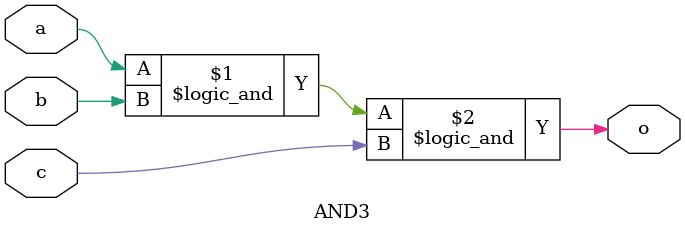
<source format=v>
module AND3 #() (
	input wire a,
	input wire b,
	input wire c,
	output wire o
	);

	assign o = a && b && c;

endmodule

</source>
